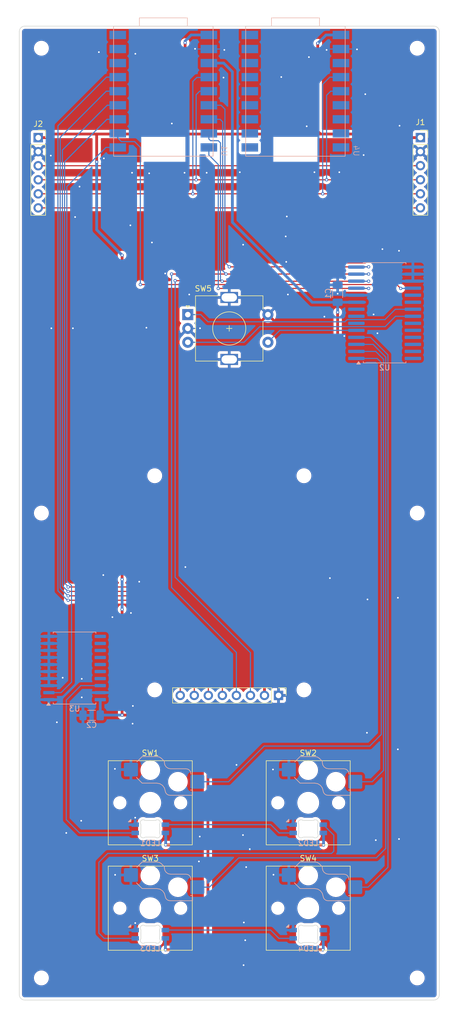
<source format=kicad_pcb>
(kicad_pcb (version 20241229) (generator "pcbnew") (generator_version "9.0")
  (layers (0 "F.Cu" signal) (2 "B.Cu" signal) (13 "F.Paste" user) (15 "B.Paste" user) (5 "F.SilkS" user "F.Silkscreen") (7 "B.SilkS" user "B.Silkscreen") (1 "F.Mask" user) (3 "B.Mask" user) (25 "Edge.Cuts" user))
  (net 0 "")
  (net 1 "Net-(J1-Pin_6)")
  (net 2 "/LCD_BL")
  (net 3 "/LCD_RST")
  (net 4 "/~{LCD_CS}")
  (net 5 "/LCD_DC")
  (net 6 "Net-(LED2-DOUT)")
  (net 8 "/~{MCP_CS}")
  (net 13 "Net-(U2-GPB4)")
  (net 15 "Net-(U2-GPA0)")
  (net 16 "Net-(U2-GPA1)")
  (net 17 "/MISO")
  (net 19 "/MOSI")
  (net 20 "/SCK")
  (net 21 "Net-(LED1-DOUT)")
  (net 23 "Net-(LED3-DOUT)")
  (net 28 "GND")
  (net 29 "5V")
  (net 30 "/3V3")
  (net 31 "/SLC")
  (net 32 "/SDA")
  (net 50 "/~{MCP_RST}")
  (net 51 "/LED_STRIP_5V")
  (net 52 "/LED_STRIP_3V")
  (net 59 "Net-(U2-GPB3)")
  (net 60 "Net-(U2-GPB2)")
  (net 61 "Net-(U2-GPB1)")
  (net 62 "Net-(U2-GPB0)")
  (net 63 "Net-(J1-Pin_3)")
  (footprint "MountingHole:MountingHole_2.2mm_M2" (layer "F.Cu") (at 105.7625 25.044)
    (property "Reference" "H1" (hide yes))
    (property "Value" "MountingHole")
  )
  (footprint "PCM_Switch_Keyboard_Hotswap_Kailh:SW_Hotswap_Kailh_Choc_V1_1.50u" (layer "F.Cu") (at 154.0375 180.444)
    (property "Reference" "SW4")
    (property "Value" "SW_Push")
  )
  (footprint "MountingHole:MountingHole_2.2mm_M2" (layer "F.Cu") (at 105.7625 109.044)
    (property "Reference" "H3" (hide yes))
    (property "Value" "MountingHole")
  )
  (footprint "MountingHole:MountingHole_2.2mm_M2" (layer "F.Cu") (at 153.2625 140.994)
    (property "Reference" "H9" (hide yes))
    (property "Value" "MountingHole")
  )
  (footprint "Tommy:PinSocket_1x06_P2.54mm_MagPogoHor_R" (layer "F.Cu") (at 106.4625 36.044)
    (property "Reference" "J2")
    (property "Value" "Conn_01x06")
  )
  (footprint "MountingHole:MountingHole_2.2mm_M2" (layer "F.Cu") (at 126.2625 140.994)
    (property "Reference" "H10" (hide yes))
    (property "Value" "MountingHole")
  )
  (footprint "PCM_Switch_Keyboard_Hotswap_Kailh:SW_Hotswap_Kailh_Choc_V1_1.50u" (layer "F.Cu") (at 125.4625 180.444)
    (property "Reference" "SW3")
    (property "Value" "SW_Push")
  )
  (footprint "MountingHole:MountingHole_2.2mm_M2" (layer "F.Cu") (at 153.2625 102.294)
    (property "Reference" "H8" (hide yes))
    (property "Value" "MountingHole")
  )
  (footprint "PCM_Switch_Keyboard_Hotswap_Kailh:SW_Hotswap_Kailh_Choc_V1_1.50u" (layer "F.Cu") (at 154.0375 161.394)
    (property "Reference" "SW2")
    (property "Value" "SW_Push")
  )
  (footprint "MountingHole:MountingHole_2.2mm_M2" (layer "F.Cu") (at 126.2625 102.294)
    (property "Reference" "H7" (hide yes))
    (property "Value" "MountingHole")
  )
  (footprint "Connector_PinHeader_2.54mm:PinHeader_1x08_P2.54mm_Vertical" (layer "F.Cu") (at 148.6625 141.994 -90)
    (property "Reference" "LCD1" (hide yes))
    (property "Value" "Conn_01x08")
  )
  (footprint "MountingHole:MountingHole_2.2mm_M2" (layer "F.Cu") (at 173.7625 109.044)
    (property "Reference" "H4" (hide yes))
    (property "Value" "MountingHole")
  )
  (footprint "MountingHole:MountingHole_2.2mm_M2" (layer "F.Cu") (at 173.7625 193.044)
    (property "Reference" "H6" (hide yes))
    (property "Value" "MountingHole")
  )
  (footprint "MountingHole:MountingHole_2.2mm_M2" (layer "F.Cu") (at 105.7625 193.044)
    (property "Reference" "H5" (hide yes))
    (property "Value" "MountingHole")
  )
  (footprint "Tommy:PinSocket_1x06_P2.54mm_MagPogoHor" (layer "F.Cu") (at 173.0575 36.034)
    (property "Reference" "J1")
    (property "Value" "Conn_01x06")
  )
  (footprint "PCM_Switch_Keyboard_Hotswap_Kailh:SW_Hotswap_Kailh_Choc_V1_1.50u" (layer "F.Cu") (at 125.4625 161.394)
    (property "Reference" "SW1")
    (property "Value" "SW_Push")
  )
  (footprint "Rotary_Encoder:RotaryEncoder_Alps_EC11E-Switch_Vertical_H20mm" (layer "F.Cu") (at 132.2475 73.175487)
    (property "Reference" "SW5")
    (property "Value" "RotaryEncoder_Switch_MP")
  )
  (footprint "MountingHole:MountingHole_2.2mm_M2" (layer "F.Cu") (at 173.7625 25.044)
    (property "Reference" "H2" (hide yes))
    (property "Value" "MountingHole")
  )
  (footprint "Package_SO:SOIC-20W_7.5x12.8mm_P1.27mm" (layer "B.Cu") (at 111.7625 137.044)
    (property "Reference" "U3")
    (property "Value" "74AHC541")
  )
  (footprint "PCM_marbastlib-choc:LED_choc_6028R-ROT" (layer "B.Cu") (at 125.4625 185.144)
    (property "Reference" "LED3")
    (property "Value" "SK6812MINI-E")
    (fp_line (start -1.699999 0.702843) (end -1.699999 -0.702841) (stroke (width 0.1)) (layer "Edge.Cuts"))
    (fp_line (start -0.794452 -1.499999) (end 0.794452 -1.499999) (stroke (width 0.1)) (layer "Edge.Cuts"))
    (fp_line (start 0.794452 1.5) (end -0.794453 1.5) (stroke (width 0.1)) (layer "Edge.Cuts"))
    (fp_line (start 1.699999 -0.702841) (end 1.699999 0.702843) (stroke (width 0.1)) (layer "Edge.Cuts"))
    (fp_arc (start -1.749484 -0.919719) (mid -1.712527 -0.814067) (end -1.699999 -0.702841) (stroke (width 0.1)) (layer "Edge.Cuts"))
    (fp_arc (start -1.749484 -0.919718) (mid -1.638072 -1.504034) (end -1.046711 -1.568298) (stroke (width 0.1)) (layer "Edge.Cuts"))
    (fp_arc (start -1.699999 0.702844) (mid -1.712527 0.814069) (end -1.749484 0.919721) (stroke (width 0.1)) (layer "Edge.Cuts"))
    (fp_arc (start -1.046711 1.568299) (mid -1.638071 1.504035) (end -1.749484 0.919721) (stroke (width 0.1)) (layer "Edge.Cuts"))
    (fp_arc (start -1.046711 1.568299) (mid -0.925123 1.517377) (end -0.794453 1.5) (stroke (width 0.1)) (layer "Edge.Cuts"))
    (fp_arc (start -0.794452 -1.499999) (mid -0.925123 -1.517376) (end -1.046711 -1.568298) (stroke (width 0.1)) (layer "Edge.Cuts"))
    (fp_arc (start 0.794453 1.500001) (mid 0.925123 1.517378) (end 1.046711 1.5683) (stroke (width 0.1)) (layer "Edge.Cuts"))
    (fp_arc (start 1.04671 -1.568298) (mid 0.925122 -1.517376) (end 0.794452 -1.499999) (stroke (width 0.1)) (layer "Edge.Cuts"))
    (fp_arc (start 1.046711 -1.568296) (mid 1.63807 -1.504033) (end 1.749484 -0.919719) (stroke (width 0.1)) (layer "Edge.Cuts"))
    (fp_arc (start 1.699999 -0.702842) (mid 1.712536 -0.814064) (end 1.749484 -0.919719) (stroke (width 0.1)) (layer "Edge.Cuts"))
    (fp_arc (start 1.749484 0.919721) (mid 1.638072 1.504036) (end 1.046711 1.5683) (stroke (width 0.1)) (layer "Edge.Cuts"))
    (fp_arc (start 1.749484 0.919721) (mid 1.712526 0.814069) (end 1.699999 0.702843) (stroke (width 0.1)) (layer "Edge.Cuts"))
  )
  (footprint "Capacitor_SMD:C_1206_3216Metric_Pad1.33x1.80mm_HandSolder" (layer "B.Cu") (at 159.3625 69.3815 90)
    (property "Reference" "C1")
    (property "Value" "0.1uF")
  )
  (footprint "Package_SO:SOIC-28W_7.5x17.9mm_P1.27mm" (layer "B.Cu") (at 167.8625 72.844)
    (property "Reference" "U2")
    (property "Value" "MCP23S17_SO")
  )
  (footprint "JonathanAdams-Waveshare-ESP32:Waveshare-ESP32-C3-Zero" (layer "B.Cu") (at 152.2225 32.554 180)
    (property "Reference" "U4")
    (property "Value" "ESP32 S3 R")
  )
  (footprint "PCM_marbastlib-choc:LED_choc_6028R-ROT" (layer "B.Cu") (at 154.0375 185.144)
    (property "Reference" "LED4")
    (property "Value" "SK6812MINI-E")
    (fp_line (start -1.699999 0.702843) (end -1.699999 -0.702841) (stroke (width 0.1)) (layer "Edge.Cuts"))
    (fp_line (start -0.794452 -1.499999) (end 0.794452 -1.499999) (stroke (width 0.1)) (layer "Edge.Cuts"))
    (fp_line (start 0.794452 1.5) (end -0.794453 1.5) (stroke (width 0.1)) (layer "Edge.Cuts"))
    (fp_line (start 1.699999 -0.702841) (end 1.699999 0.702843) (stroke (width 0.1)) (layer "Edge.Cuts"))
    (fp_arc (start -1.749484 -0.919719) (mid -1.712527 -0.814067) (end -1.699999 -0.702841) (stroke (width 0.1)) (layer "Edge.Cuts"))
    (fp_arc (start -1.749484 -0.919718) (mid -1.638072 -1.504034) (end -1.046711 -1.568298) (stroke (width 0.1)) (layer "Edge.Cuts"))
    (fp_arc (start -1.699999 0.702844) (mid -1.712527 0.814069) (end -1.749484 0.919721) (stroke (width 0.1)) (layer "Edge.Cuts"))
    (fp_arc (start -1.046711 1.568299) (mid -1.638071 1.504035) (end -1.749484 0.919721) (stroke (width 0.1)) (layer "Edge.Cuts"))
    (fp_arc (start -1.046711 1.568299) (mid -0.925123 1.517377) (end -0.794453 1.5) (stroke (width 0.1)) (layer "Edge.Cuts"))
    (fp_arc (start -0.794452 -1.499999) (mid -0.925123 -1.517376) (end -1.046711 -1.568298) (stroke (width 0.1)) (layer "Edge.Cuts"))
    (fp_arc (start 0.794453 1.500001) (mid 0.925123 1.517378) (end 1.046711 1.5683) (stroke (width 0.1)) (layer "Edge.Cuts"))
    (fp_arc (start 1.04671 -1.568298) (mid 0.925122 -1.517376) (end 0.794452 -1.499999) (stroke (width 0.1)) (layer "Edge.Cuts"))
    (fp_arc (start 1.046711 -1.568296) (mid 1.63807 -1.504033) (end 1.749484 -0.919719) (stroke (width 0.1)) (layer "Edge.Cuts"))
    (fp_arc (start 1.699999 -0.702842) (mid 1.712536 -0.814064) (end 1.749484 -0.919719) (stroke (width 0.1)) (layer "Edge.Cuts"))
    (fp_arc (start 1.749484 0.919721) (mid 1.638072 1.504036) (end 1.046711 1.5683) (stroke (width 0.1)) (layer "Edge.Cuts"))
    (fp_arc (start 1.749484 0.919721) (mid 1.712526 0.814069) (end 1.699999 0.702843) (stroke (width 0.1)) (layer "Edge.Cuts"))
  )
  (footprint "JonathanAdams-Waveshare-ESP32:Waveshare-ESP32-C3-Zero" (layer "B.Cu") (at 128.3225 32.554 180)
    (property "Reference" "U1")
    (property "Value" "ESP32 S3 L")
  )
  (footprint "PCM_marbastlib-choc:LED_choc_6028R-ROT" (layer "B.Cu") (at 125.4625 166.094)
    (property "Reference" "LED1")
    (property "Value" "SK6812MINI-E")
    (fp_line (start -1.699999 0.702843) (end -1.699999 -0.702841) (stroke (width 0.1)) (layer "Edge.Cuts"))
    (fp_line (start -0.794452 -1.499999) (end 0.794452 -1.499999) (stroke (width 0.1)) (layer "Edge.Cuts"))
    (fp_line (start 0.794452 1.5) (end -0.794453 1.5) (stroke (width 0.1)) (layer "Edge.Cuts"))
    (fp_line (start 1.699999 -0.702841) (end 1.699999 0.702843) (stroke (width 0.1)) (layer "Edge.Cuts"))
    (fp_arc (start -1.749484 -0.919719) (mid -1.712527 -0.814067) (end -1.699999 -0.702841) (stroke (width 0.1)) (layer "Edge.Cuts"))
    (fp_arc (start -1.749484 -0.919718) (mid -1.638072 -1.504034) (end -1.046711 -1.568298) (stroke (width 0.1)) (layer "Edge.Cuts"))
    (fp_arc (start -1.699999 0.702844) (mid -1.712527 0.814069) (end -1.749484 0.919721) (stroke (width 0.1)) (layer "Edge.Cuts"))
    (fp_arc (start -1.046711 1.568299) (mid -1.638071 1.504035) (end -1.749484 0.919721) (stroke (width 0.1)) (layer "Edge.Cuts"))
    (fp_arc (start -1.046711 1.568299) (mid -0.925123 1.517377) (end -0.794453 1.5) (stroke (width 0.1)) (layer "Edge.Cuts"))
    (fp_arc (start -0.794452 -1.499999) (mid -0.925123 -1.517376) (end -1.046711 -1.568298) (stroke (width 0.1)) (layer "Edge.Cuts"))
    (fp_arc (start 0.794453 1.500001) (mid 0.925123 1.517378) (end 1.046711 1.5683) (stroke (width 0.1)) (layer "Edge.Cuts"))
    (fp_arc (start 1.04671 -1.568298) (mid 0.925122 -1.517376) (end 0.794452 -1.499999) (stroke (width 0.1)) (layer "Edge.Cuts"))
    (fp_arc (start 1.046711 -1.568296) (mid 1.63807 -1.504033) (end 1.749484 -0.919719) (stroke (width 0.1)) (layer "Edge.Cuts"))
    (fp_arc (start 1.699999 -0.702842) (mid 1.712536 -0.814064) (end 1.749484 -0.919719) (stroke (width 0.1)) (layer "Edge.Cuts"))
    (fp_arc (start 1.749484 0.919721) (mid 1.638072 1.504036) (end 1.046711 1.5683) (stroke (width 0.1)) (layer "Edge.Cuts"))
    (fp_arc (start 1.749484 0.919721) (mid 1.712526 0.814069) (end 1.699999 0.702843) (stroke (width 0.1)) (layer "Edge.Cuts"))
  )
  (footprint "PCM_marbastlib-choc:LED_choc_6028R-ROT" (layer "B.Cu") (at 154.0375 166.094)
    (property "Reference" "LED2")
    (property "Value" "SK6812MINI-E")
    (fp_line (start -1.699999 0.702843) (end -1.699999 -0.702841) (stroke (width 0.1)) (layer "Edge.Cuts"))
    (fp_line (start -0.794452 -1.499999) (end 0.794452 -1.499999) (stroke (width 0.1)) (layer "Edge.Cuts"))
    (fp_line (start 0.794452 1.5) (end -0.794453 1.5) (stroke (width 0.1)) (layer "Edge.Cuts"))
    (fp_line (start 1.699999 -0.702841) (end 1.699999 0.702843) (stroke (width 0.1)) (layer "Edge.Cuts"))
    (fp_arc (start -1.749484 -0.919719) (mid -1.712527 -0.814067) (end -1.699999 -0.702841) (stroke (width 0.1)) (layer "Edge.Cuts"))
    (fp_arc (start -1.749484 -0.919718) (mid -1.638072 -1.504034) (end -1.046711 -1.568298) (stroke (width 0.1)) (layer "Edge.Cuts"))
    (fp_arc (start -1.699999 0.702844) (mid -1.712527 0.814069) (end -1.749484 0.919721) (stroke (width 0.1)) (layer "Edge.Cuts"))
    (fp_arc (start -1.046711 1.568299) (mid -1.638071 1.504035) (end -1.749484 0.919721) (stroke (width 0.1)) (layer "Edge.Cuts"))
    (fp_arc (start -1.046711 1.568299) (mid -0.925123 1.517377) (end -0.794453 1.5) (stroke (width 0.1)) (layer "Edge.Cuts"))
    (fp_arc (start -0.794452 -1.499999) (mid -0.925123 -1.517376) (end -1.046711 -1.568298) (stroke (width 0.1)) (layer "Edge.Cuts"))
    (fp_arc (start 0.794453 1.500001) (mid 0.925123 1.517378) (end 1.046711 1.5683) (stroke (width 0.1)) (layer "Edge.Cuts"))
    (fp_arc (start 1.04671 -1.568298) (mid 0.925122 -1.517376) (end 0.794452 -1.499999) (stroke (width 0.1)) (layer "Edge.Cuts"))
    (fp_arc (start 1.046711 -1.568296) (mid 1.63807 -1.504033) (end 1.749484 -0.919719) (stroke (width 0.1)) (layer "Edge.Cuts"))
    (fp_arc (start 1.699999 -0.702842) (mid 1.712536 -0.814064) (end 1.749484 -0.919719) (stroke (width 0.1)) (layer "Edge.Cuts"))
    (fp_arc (start 1.749484 0.919721) (mid 1.638072 1.504036) (end 1.046711 1.5683) (stroke (width 0.1)) (layer "Edge.Cuts"))
    (fp_arc (start 1.749484 0.919721) (mid 1.712526 0.814069) (end 1.699999 0.702843) (stroke (width 0.1)) (layer "Edge.Cuts"))
  )
  (footprint "Capacitor_SMD:C_1206_3216Metric_Pad1.33x1.80mm_HandSolder" (layer "B.Cu") (at 114.845 145.594 180)
    (property "Reference" "C2")
    (property "Value" "0.1uF")
  )
  (gr_arc (start 101.7625 22.044) (mid 102.055393 21.336893) (end 102.7625 21.044) (stroke (width 0.1)) (layer "Edge.Cuts"))
  (gr_arc (start 102.7625 197.044) (mid 102.055393 196.751107) (end 101.7625 196.044) (stroke (width 0.1)) (layer "Edge.Cuts"))
  (gr_line (start 101.7625 196.044) (end 101.7625 22.044) (stroke (width 0.1)) (layer "Edge.Cuts"))
  (gr_line (start 102.7625 21.044) (end 176.7625 21.044) (stroke (width 0.1)) (layer "Edge.Cuts"))
  (gr_line (start 177.7625 22.044) (end 177.7625 196.044) (stroke (width 0.1)) (layer "Edge.Cuts"))
  (gr_arc (start 176.7625 21.044) (mid 177.469607 21.336893) (end 177.7625 22.044) (stroke (width 0.1)) (layer "Edge.Cuts"))
  (gr_arc (start 177.7625 196.044) (mid 177.469607 196.751107) (end 176.7625 197.044) (stroke (width 0.1)) (layer "Edge.Cuts"))
  (gr_line (start 176.7625 197.044) (end 102.7625 197.044) (stroke (width 0.1)) (layer "Edge.Cuts"))
  (segment (start 105.1875 53.894) (end 174.3225 53.894) (width 0.2) (layer "F.Cu") (net 1))
  (segment (start 174.3225 53.894) (end 174.3325 53.884) (width 0.2) (layer "F.Cu") (net 1))
  (segment (start 130.8825 141.994) (end 130.8825 134.164) (width 0.2) (layer "F.Cu") (net 2))
  (segment (start 130.8825 134.164) (end 121.512509 124.794009) (width 0.2) (layer "F.Cu") (net 2))
  (segment (start 121.512509 124.794009) (end 110.6125 124.794009) (width 0.2) (layer "F.Cu") (net 2))
  (via (at 110.6125 124.794009) (size 0.6) (drill 0.3) (layers "F.Cu" "B.Cu") (net 2))
  (segment (start 110.462509 124.794009) (end 108.7585 123.09) (width 0.2) (layer "B.Cu") (net 2))
  (segment (start 108.7605 43.1118) (end 108.7615 43.1108) (width 0.2) (layer "B.Cu") (net 2))
  (segment (start 108.7625 40.9769) (end 108.7625 39.044) (width 0.2) (layer "B.Cu") (net 2))
  (segment (start 117.5425 30.264) (end 119.5725 30.264) (width 0.2) (layer "B.Cu") (net 2))
  (segment (start 108.7605 46.6447) (end 108.7605 43.1118) (width 0.2) (layer "B.Cu") (net 2))
  (segment (start 108.7585 46.6467) (end 108.7605 46.6447) (width 0.2) (layer "B.Cu") (net 2))
  (segment (start 108.7615 43.1108) (end 108.7615 40.9779) (width 0.2) (layer "B.Cu") (net 2))
  (segment (start 108.7585 123.09) (end 108.7585 46.6467) (width 0.2) (layer "B.Cu") (net 2))
  (segment (start 110.6125 124.794009) (end 110.462509 124.794009) (width 0.2) (layer "B.Cu") (net 2))
  (segment (start 108.7625 39.044) (end 117.5425 30.264) (width 0.2) (layer "B.Cu") (net 2))
  (segment (start 108.7615 40.9779) (end 108.7625 40.9769) (width 0.2) (layer "B.Cu") (net 2))
  (segment (start 138.5025 141.994) (end 138.5025 134.184) (width 0.2) (layer "F.Cu") (net 3))
  (segment (start 126.7125 122.394) (end 110.6125 122.394) (width 0.2) (layer "F.Cu") (net 3))
  (segment (start 138.5025 134.184) (end 126.7125 122.394) (width 0.2) (layer "F.Cu") (net 3))
  (via (at 110.6125 122.394) (size 0.6) (drill 0.3) (layers "F.Cu" "B.Cu") (net 3))
  (segment (start 109.9615 121.693) (end 110.6125 122.344) (width 0.2) (layer "B.Cu") (net 3))
  (segment (start 109.9635 49.8759) (end 109.9615 49.8779) (width 0.2) (layer "B.Cu") (net 3))
  (segment (start 110.6125 122.344) (end 110.6125 122.394) (width 0.2) (layer "B.Cu") (net 3))
  (segment (start 109.9635 45.543) (end 109.9635 49.8759) (width 0.2) (layer "B.Cu") (net 3))
  (segment (start 117.6225 37.884) (end 109.9635 45.543) (width 0.2) (layer "B.Cu") (net 3))
  (segment (start 109.9615 49.8779) (end 109.9615 121.693) (width 0.2) (layer "B.Cu") (net 3))
  (segment (start 119.5725 37.884) (end 117.6225 37.884) (width 0.2) (layer "B.Cu") (net 3))
  (segment (start 133.4225 134.204) (end 133.4225 141.994) (width 0.2) (layer "F.Cu") (net 4))
  (segment (start 110.6125 123.994006) (end 123.212506 123.994006) (width 0.2) (layer "F.Cu") (net 4))
  (segment (start 123.212506 123.994006) (end 133.4225 134.204) (width 0.2) (layer "F.Cu") (net 4))
  (via (at 110.6125 123.994006) (size 0.6) (drill 0.3) (layers "F.Cu" "B.Cu") (net 4))
  (segment (start 109.1625 41.144) (end 109.1625 43.2769) (width 0.2) (layer "B.Cu") (net 4))
  (segment (start 109.1625 43.2769) (end 109.1615 43.2779) (width 0.2) (layer "B.Cu") (net 4))
  (segment (start 110.562506 123.994006) (end 110.6125 123.994006) (width 0.2) (layer "B.Cu") (net 4))
  (segment (start 109.1615 46.8108) (end 109.1595 46.8128) (width 0.2) (layer "B.Cu") (net 4))
  (segment (start 119.5725 32.804) (end 117.5025 32.804) (width 0.2) (layer "B.Cu") (net 4))
  (segment (start 109.1595 46.8128) (end 109.1595 122.591) (width 0.2) (layer "B.Cu") (net 4))
  (segment (start 117.5025 32.804) (end 109.1625 41.144) (width 0.2) (layer "B.Cu") (net 4))
  (segment (start 109.1595 122.591) (end 110.562506 123.994006) (width 0.2) (layer "B.Cu") (net 4))
  (segment (start 109.1615 43.2779) (end 109.1615 46.8108) (width 0.2) (layer "B.Cu") (net 4))
  (segment (start 110.6125 123.194003) (end 124.912503 123.194003) (width 0.2) (layer "F.Cu") (net 5))
  (segment (start 135.9625 134.244) (end 135.9625 141.994) (width 0.2) (layer "F.Cu") (net 5))
  (segment (start 124.912503 123.194003) (end 135.9625 134.244) (width 0.2) (layer "F.Cu") (net 5))
  (via (at 110.6125 123.194003) (size 0.6) (drill 0.3) (layers "F.Cu" "B.Cu") (net 5))
  (segment (start 109.5625 122.194) (end 110.562503 123.194003) (width 0.2) (layer "B.Cu") (net 5))
  (segment (start 110.562503 123.194003) (end 110.6125 123.194003) (width 0.2) (layer "B.Cu") (net 5))
  (segment (start 109.5625 43.444) (end 109.5625 49.7098) (width 0.2) (layer "B.Cu") (net 5))
  (segment (start 119.5725 35.344) (end 117.6625 35.344) (width 0.2) (layer "B.Cu") (net 5))
  (segment (start 117.6625 35.344) (end 109.5625 43.444) (width 0.2) (layer "B.Cu") (net 5))
  (segment (start 109.5625 49.7098) (end 109.5605 49.7118) (width 0.2) (layer "B.Cu") (net 5))
  (segment (start 109.5625 121.8121) (end 109.5625 122.194) (width 0.2) (layer "B.Cu") (net 5))
  (segment (start 109.5605 121.8101) (end 109.5625 121.8121) (width 0.2) (layer "B.Cu") (net 5))
  (segment (start 109.5605 49.7118) (end 109.5605 121.8101) (width 0.2) (layer "B.Cu") (net 5))
  (segment (start 158.2625 170.544) (end 117.7625 170.544) (width 0.2) (layer "B.Cu") (net 6))
  (segment (start 158.6625 170.144) (end 158.2625 170.544) (width 0.2) (layer "B.Cu") (net 6))
  (segment (start 156.7625 165.344) (end 158.6625 167.244) (width 0.2) (layer "B.Cu") (net 6))
  (segment (start 117.1125 185.894) (end 122.7375 185.894) (width 0.2) (layer "B.Cu") (net 6))
  (segment (start 116.1625 172.144) (end 116.1625 184.944) (width 0.2) (layer "B.Cu") (net 6))
  (segment (start 116.1625 184.944) (end 117.1125 185.894) (width 0.2) (layer "B.Cu") (net 6))
  (segment (start 158.6625 167.244) (end 158.6625 170.144) (width 0.2) (layer "B.Cu") (net 6))
  (segment (start 117.7625 170.544) (end 116.1625 172.144) (width 0.2) (layer "B.Cu") (net 6))
  (segment (start 137.7625 68.444) (end 164.9625 68.444) (width 0.2) (layer "F.Cu") (net 8))
  (via (at 137.7625 68.444) (size 0.6) (drill 0.3) (layers "F.Cu" "B.Cu") (net 8))
  (via (at 164.9625 68.444) (size 0.6) (drill 0.3) (layers "F.Cu" "B.Cu") (net 8))
  (segment (start 137.7625 68.444) (end 137.7625 46.044) (width 0.2) (layer "B.Cu") (net 8))
  (segment (start 137.7625 46.044) (end 136.0625 44.344) (width 0.2) (layer "B.Cu") (net 8))
  (segment (start 136.0625 44.344) (end 136.0625 42.964) (width 0.2) (layer "B.Cu") (net 8))
  (segment (start 164.9625 68.444) (end 163.2575 68.444) (width 0.2) (layer "B.Cu") (net 8))
  (segment (start 163.2575 68.444) (end 163.2125 68.399) (width 0.2) (layer "B.Cu") (net 8))
  (segment (start 148.903987 76.019) (end 163.2125 76.019) (width 0.2) (layer "B.Cu") (net 13))
  (segment (start 146.7475 78.175487) (end 148.903987 76.019) (width 0.2) (layer "B.Cu") (net 13))
  (segment (start 134.593987 73.175487) (end 135.894987 74.476487) (width 0.2) (layer "B.Cu") (net 15))
  (segment (start 167.9265 74.08) (end 169.7975 72.209) (width 0.2) (layer "B.Cu") (net 15))
  (segment (start 132.2475 73.175487) (end 134.593987 73.175487) (width 0.2) (layer "B.Cu") (net 15))
  (segment (start 161.0765 74.08) (end 167.9265 74.08) (width 0.2) (layer "B.Cu") (net 15))
  (segment (start 135.894987 74.476487) (end 160.680013 74.476487) (width 0.2) (layer "B.Cu") (net 15))
  (segment (start 169.7975 72.209) (end 172.5125 72.209) (width 0.2) (layer "B.Cu") (net 15))
  (segment (start 160.680013 74.476487) (end 161.0765 74.08) (width 0.2) (layer "B.Cu") (net 15))
  (segment (start 132.2475 78.175487) (end 142.431013 78.175487) (width 0.2) (layer "B.Cu") (net 16))
  (segment (start 145.2625 75.344) (end 145.2685 75.35) (width 0.2) (layer "B.Cu") (net 16))
  (segment (start 167.9565 75.35) (end 169.8275 73.479) (width 0.2) (layer "B.Cu") (net 16))
  (segment (start 142.431013 78.175487) (end 145.2625 75.344) (width 0.2) (layer "B.Cu") (net 16))
  (segment (start 145.2685 75.35) (end 167.9565 75.35) (width 0.2) (layer "B.Cu") (net 16))
  (segment (start 169.8275 73.479) (end 172.5125 73.479) (width 0.2) (layer "B.Cu") (net 16))
  (segment (start 139.7625 64.544) (end 164.9625 64.544) (width 0.2) (layer "F.Cu") (net 17))
  (via (at 139.7625 64.544) (size 0.6) (drill 0.3) (layers "F.Cu" "B.Cu") (net 17))
  (via (at 164.9625 64.544) (size 0.6) (drill 0.3) (layers "F.Cu" "B.Cu") (net 17))
  (segment (start 164.9625 64.544) (end 163.2575 64.544) (width 0.2) (layer "B.Cu") (net 17))
  (segment (start 163.2575 64.544) (end 163.2125 64.589) (width 0.2) (layer "B.Cu") (net 17))
  (segment (start 138.9655 36.047) (end 138.9655 63.747) (width 0.2) (layer "B.Cu") (net 17))
  (segment (start 136.0625 35.344) (end 138.2625 35.344) (width 0.2) (layer "B.Cu") (net 17))
  (segment (start 138.9655 63.747) (end 139.7625 64.544) (width 0.2) (layer "B.Cu") (net 17))
  (segment (start 138.2625 35.344) (end 138.9655 36.047) (width 0.2) (layer "B.Cu") (net 17))
  (segment (start 139.1625 65.844) (end 164.9625 65.844) (width 0.2) (layer "F.Cu") (net 19))
  (segment (start 129.3125 65.844) (end 139.1625 65.844) (width 0.2) (layer "F.Cu") (net 19))
  (via (at 164.9625 65.844) (size 0.6) (drill 0.3) (layers "F.Cu" "B.Cu") (net 19))
  (via (at 129.3125 65.844) (size 0.6) (drill 0.3) (layers "F.Cu" "B.Cu") (net 19))
  (via (at 139.1625 65.844) (size 0.6) (drill 0.3) (layers "F.Cu" "B.Cu") (net 19))
  (segment (start 138.5645 38.346) (end 138.1025 37.884) (width 0.2) (layer "B.Cu") (net 19))
  (segment (start 129.3125 122.494) (end 129.3125 65.844) (width 0.2) (layer "B.Cu") (net 19))
  (segment (start 164.9625 65.844) (end 163.2275 65.844) (width 0.2) (layer "B.Cu") (net 19))
  (segment (start 138.5645 65.246) (end 138.5645 38.346) (width 0.2) (layer "B.Cu") (net 19))
  (segment (start 139.1625 65.844) (end 138.5645 65.246) (width 0.2) (layer "B.Cu") (net 19))
  (segment (start 163.2275 65.844) (end 163.2125 65.859) (width 0.2) (layer "B.Cu") (net 19))
  (segment (start 138.1025 37.884) (end 136.0625 37.884) (width 0.2) (layer "B.Cu") (net 19))
  (segment (start 141.0425 141.994) (end 141.0425 134.224) (width 0.2) (layer "B.Cu") (net 19))
  (segment (start 141.0425 134.224) (end 129.3125 122.494) (width 0.2) (layer "B.Cu") (net 19))
  (segment (start 138.4625 67.144) (end 138.3625 67.044) (width 0.2) (layer "F.Cu") (net 20))
  (segment (start 138.3625 67.044) (end 129.9625 67.044) (width 0.2) (layer "F.Cu") (net 20))
  (segment (start 138.4625 67.144) (end 164.9625 67.144) (width 0.2) (layer "F.Cu") (net 20))
  (via (at 129.9625 67.044) (size 0.6) (drill 0.3) (layers "F.Cu" "B.Cu") (net 20))
  (via (at 138.4625 67.144) (size 0.6) (drill 0.3) (layers "F.Cu" "B.Cu") (net 20))
  (via (at 164.9625 67.144) (size 0.6) (drill 0.3) (layers "F.Cu" "B.Cu") (net 20))
  (segment (start 164.9625 67.144) (end 163.2275 67.144) (width 0.2) (layer "B.Cu") (net 20))
  (segment (start 143.5825 141.994) (end 143.5825 134.264) (width 0.2) (layer "B.Cu") (net 20))
  (segment (start 143.5825 134.264) (end 129.9625 120.644) (width 0.2) (layer "B.Cu") (net 20))
  (segment (start 137.7625 41.744) (end 138.1635 42.145) (width 0.2) (layer "B.Cu") (net 20))
  (segment (start 129.9625 120.644) (end 129.9625 67.044) (width 0.2) (layer "B.Cu") (net 20))
  (segment (start 136.0625 40.424) (end 136.0625 41.444) (width 0.2) (layer "B.Cu") (net 20))
  (segment (start 136.0625 41.444) (end 136.3625 41.744) (width 0.2) (layer "B.Cu") (net 20))
  (segment (start 138.1635 42.145) (end 138.1635 66.845) (width 0.2) (layer "B.Cu") (net 20))
  (segment (start 138.1635 66.845) (end 138.4625 67.144) (width 0.2) (layer "B.Cu") (net 20))
  (segment (start 136.3625 41.744) (end 137.7625 41.744) (width 0.2) (layer "B.Cu") (net 20))
  (segment (start 163.2275 67.144) (end 163.2125 67.129) (width 0.2) (layer "B.Cu") (net 20))
  (segment (start 128.1875 165.344) (end 147.2625 165.344) (width 0.2) (layer "B.Cu") (net 21))
  (segment (start 147.2625 165.344) (end 148.7625 166.844) (width 0.2) (layer "B.Cu") (net 21))
  (segment (start 148.7625 166.844) (end 151.3125 166.844) (width 0.2) (layer "B.Cu") (net 21))
  (segment (start 147.2325 184.394) (end 148.7325 185.894) (width 0.2) (layer "B.Cu") (net 23))
  (segment (start 128.1875 184.394) (end 147.2325 184.394) (width 0.2) (layer "B.Cu") (net 23))
  (segment (start 148.7325 185.894) (end 151.3125 185.894) (width 0.2) (layer "B.Cu") (net 23))
  (via (at 154.1625 26.644) (size 0.6) (drill 0.3) (layers "F.Cu" "B.Cu") (net 28))
  (via (at 125.7625 60.144) (size 0.6) (drill 0.3) (layers "F.Cu" "B.Cu") (net 28))
  (via (at 138.8625 25.344) (size 0.6) (drill 0.3) (layers "F.Cu" "B.Cu") (net 28))
  (via (at 134.4625 75.644) (size 0.6) (drill 0.3) (layers "F.Cu" "B.Cu") (net 28))
  (via (at 142.8125 173.014) (size 0.6) (drill 0.3) (layers "F.Cu" "B.Cu") (net 28))
  (via (at 132.5125 69.544) (size 0.6) (drill 0.3) (layers "F.Cu" "B.Cu") (net 28))
  (via (at 112.9625 164.644) (size 0.6) (drill 0.3) (layers "F.Cu" "B.Cu") (net 28))
  (via (at 113.0625 142.344) (size 0.6) (drill 0.3) (layers "F.Cu" "B.Cu") (net 28))
  (via (at 122.7325 164.084) (size 0.6) (drill 0.3) (layers "F.Cu" "B.Cu") (net 28))
  (via (at 138.7125 30.344) (size 0.6) (drill 0.3) (layers "F.Cu" "B.Cu") (net 28))
  (via (at 111.8625 55.544) (size 0.6) (drill 0.3) (layers "F.Cu" "B.Cu") (net 28))
  (via (at 167.4625 61.344) (size 0.6) (drill 0.3) (layers "F.Cu" "B.Cu") (net 28))
  (via (at 134.4125 167.494) (size 0.6) (drill 0.3) (layers "F.Cu" "B.Cu") (net 28))
  (via (at 149.1625 30.244) (size 0.6) (drill 0.3) (layers "F.Cu" "B.Cu") (net 28))
  (via (at 133.5625 25.144) (size 0.6) (drill 0.3) (layers "F.Cu" "B.Cu") (net 28))
  (via (at 107.5625 75.644) (size 0.6) (drill 0.3) (layers "F.Cu" "B.Cu") (net 28))
  (via (at 122.2625 147.094) (size 0.6) (drill 0.3) (layers "F.Cu" "B.Cu") (net 28))
  (via (at 142.3425 190.734) (size 0.6) (drill 0.3) (layers "F.Cu" "B.Cu") (net 28))
  (via (at 166.5625 76.544) (size 0.6) (drill 0.3) (layers "F.Cu" "B.Cu") (net 28))
  (via (at 149.9625 59.044) (size 0.6) (drill 0.3) (layers "F.Cu" "B.Cu") (net 28))
  (via (at 108.5625 146.844) (size 0.6) (drill 0.3) (layers "F.Cu" "B.Cu") (net 28))
  (via (at 135.6625 47.544) (size 0.6) (drill 0.3) (layers "F.Cu" "B.Cu") (net 28))
  (via (at 153.7625 39.144) (size 0.6) (drill 0.3) (layers "F.Cu" "B.Cu") (net 28))
  (via (at 134.2625 171.994) (size 0.6) (drill 0.3) (layers "F.Cu" "B.Cu") (net 28))
  (via (at 170.5625 39.044) (size 0.6) (drill 0.3) (layers "F.Cu" "B.Cu") (net 28))
  (via (at 150.1625 55.444) (size 0.6) (drill 0.3) (layers "F.Cu" "B.Cu") (net 28))
  (via (at 147.7525 174.394) (size 0.6) (drill 0.3) (layers "F.Cu" "B.Cu") (net 28))
  (via (at 107.4625 44.444) (size 0.6) (drill 0.3) (layers "F.Cu" "B.Cu") (net 28))
  (via (at 116.1625 25.744) (size 0.6) (drill 0.3) (layers "F.Cu" "B.Cu") (net 28))
  (via (at 121.9625 127.094) (size 0.6) (drill 0.3) (layers "F.Cu" "B.Cu") (net 28))
  (via (at 141.0625 154.544) (size 0.6) (drill 0.3) (layers "F.Cu" "B.Cu") (net 28))
  (via (at 118.6125 127.844) (size 0.6) (drill 0.3) (layers "F.Cu" "B.Cu") (net 28))
  (via (at 123.4625 121.444) (size 0.6) (drill 0.3) (layers "F.Cu" "B.Cu") (net 28))
  (via (at 150.0625 63.644) (size 0.6) (drill 0.3) (layers "F.Cu" "B.Cu") (net 28))
  (via (at 131.6625 47.544) (size 0.6) (drill 0.3) (layers "F.Cu" "B.Cu") (net 28))
  (via (at 129.3625 38.644) (size 0.6) (drill 0.3) (layers "F.Cu" "B.Cu") (net 28))
  (via (at 164.6625 148.744) (size 0.6) (drill 0.3) (layers "F.Cu" "B.Cu") (net 28))
  (via (at 122.7625 26.044) (size 0.6) (drill 0.3) (layers "F.Cu" "B.Cu") (net 28))
  (via (at 166.2625 168.144) (size 0.6) (drill 0.3) (layers "F.Cu" "B.Cu") (net 28))
  (via (at 119.0625 155.264) (size 0.6) (drill 0.3) (layers "F.Cu" "B.Cu") (net 28))
  (via (at 111.4625 75.644) (size 0.6) (drill 0.3) (layers "F.Cu" "B.Cu") (net 28))
  (via (at 162.8625 25.244) (size 0.6) (drill 0.3) (layers "F.Cu" "B.Cu") (net 28))
  (via (at 170.4625 167.944) (size 0.6) (drill 0.3) (layers "F.Cu" "B.Cu") (net 28))
  (via (at 142.2325 167.224) (size 0.6) (drill 0.3) (layers "F.Cu" "B.Cu") (net 28))
  (via (at 142.3925 183.024) (size 0.6) (drill 0.3) (layers "F.Cu" "B.Cu") (net 28))
  (via (at 164.7625 124.644) (size 0.6) (drill 0.3) (layers "F.Cu" "B.Cu") (net 28))
  (via (at 119.1025 174.414) (size 0.6) (drill 0.3) (layers "F.Cu" "B.Cu") (net 28))
  (via (at 122.7425 183.124) (size 0.6) (drill 0.3) (layers "F.Cu" "B.Cu") (net 28))
  (via (at 122.1625 47.544) (size 0.6) (drill 0.3) (layers "F.Cu" "B.Cu") (net 28))
  (via (at 113.0625 138.994) (size 0.6) (drill 0.3) (layers "F.Cu" "B.Cu") (net 28))
  (via (at 143.4625 169.764) (size 0.6) (drill 0.3) (layers "F.Cu" "B.Cu") (net 28))
  (via (at 159.3625 69.394) (size 0.6) (drill 0.3) (layers "F.Cu" "B.Cu") (net 28))
  (via (at 141.6625 47.444) (size 0.6) (drill 0.3) (layers "F.Cu" "B.Cu") (net 28))
  (via (at 147.6625 155.374) (size 0.6) (drill 0.3) (layers "F.Cu" "B.Cu") (net 28))
  (via (at 128.1625 65.744) (size 0.6) (drill 0.3) (layers "F.Cu" "B.Cu") (net 28))
  (via (at 109.6125 138.794) (size 0.6) (drill 0.3) (layers "F.Cu" "B.Cu") (net 28))
  (via (at 164.3625 33.344) (size 0.6) (drill 0.3) (layers "F.Cu" "B.Cu") (net 28))
  (via (at 124.7625 75.544) (size 0.6) (drill 0.3) (layers "F.Cu" "B.Cu") (net 28))
  (via (at 156.9625 73.544) (size 0.6) (drill 0.3) (layers "F.Cu" "B.Cu") (net 28))
  (via (at 142.6425 186.234) (size 0.6) (drill 0.3) (layers "F.Cu" "B.Cu") (net 28))
  (via (at 150.3625 69.544) (size 0.6) (drill 0.3) (layers "F.Cu" "B.Cu") (net 28))
  (via (at 160.5625 77.044) (size 0.6) (drill 0.3) (layers "F.Cu" "B.Cu") (net 28))
  (via (at 142.2625 60.544) (size 0.6) (drill 0.3) (layers "F.Cu" "B.Cu") (net 28))
  (via (at 121.8625 57.044) (size 0.6) (drill 0.3) (layers "F.Cu" "B.Cu") (net 28))
  (via (at 170.4625 61.644) (size 0.6) (drill 0.3) (layers "F.Cu" "B.Cu") (net 28))
  (via (at 170.254297 151.733297) (size 0.6) (drill 0.3) (layers "F.Cu" "B.Cu") (net 28))
  (via (at 159.6625 47.444) (size 0.6) (drill 0.3) (layers "F.Cu" "B.Cu") (net 28))
  (via (at 117.0625 44.944) (size 0.6) (drill 0.3) (layers "F.Cu" "B.Cu") (net 28))
  (via (at 157.3625 25.344) (size 0.6) (drill 0.3) (layers "F.Cu" "B.Cu") (net 28))
  (via (at 122.3125 143.894) (size 0.6) (drill 0.3) (layers "F.Cu" "B.Cu") (net 28))
  (via (at 116.9625 120.244) (size 0.6) (drill 0.3) (layers "F.Cu" "B.Cu") (net 28))
  (via (at 131.8125 118.794) (size 0.6) (drill 0.3) (layers "F.Cu" "B.Cu") (net 28))
  (via (at 155.1625 47.444) (size 0.6) (drill 0.3) (layers "F.Cu" "B.Cu") (net 28))
  (via (at 157.9625 120.794) (size 0.6) (drill 0.3) (layers "F.Cu" "B.Cu") (net 28))
  (via (at 125.2625 47.644) (size 0.6) (drill 0.3) (layers "F.Cu" "B.Cu") (net 28))
  (via (at 165.8625 73.144) (size 0.6) (drill 0.3) (layers "F.Cu" "B.Cu") (net 28))
  (via (at 164.0625 44.344) (size 0.6) (drill 0.3) (layers "F.Cu" "B.Cu") (net 28))
  (via (at 112.6625 50.044) (size 0.6) (drill 0.3) (layers "F.Cu" "B.Cu") (net 28))
  (via (at 170.2625 124.344) (size 0.6) (drill 0.3) (layers "F.Cu" "B.Cu") (net 28))
  (via (at 110.2625 166.844) (size 0.6) (drill 0.3) (layers "F.Cu" "B.Cu") (net 28))
  (segment (start 122.7325 164.084) (end 122.7325 165.339) (width 0.2) (layer "B.Cu") (net 28))
  (segment (start 162.8025 25.184) (end 162.8625 25.244) (width 0.2) (layer "B.Cu") (net 28))
  (segment (start 159.9625 25.184) (end 162.8025 25.184) (width 0.2) (layer "B.Cu") (net 28))
  (segment (start 138.7025 25.184) (end 138.8625 25.344) (width 0.2) (layer "B.Cu") (net 28))
  (segment (start 133.6025 25.184) (end 133.5625 25.144) (width 0.2) (layer "B.Cu") (net 28))
  (segment (start 161.3875 69.669) (end 163.2125 69.669) (width 0.2) (layer "B.Cu") (net 28))
  (segment (start 122.7375 184.394) (end 122.7375 183.129) (width 0.2) (layer "B.Cu") (net 28))
  (segment (start 159.4125 69.444) (end 161.1625 69.444) (width 0.2) (layer "B.Cu") (net 28))
  (segment (start 136.0625 25.184) (end 138.7025 25.184) (width 0.2) (layer "B.Cu") (net 28))
  (segment (start 122.7325 165.339) (end 122.7375 165.344) (width 0.2) (layer "B.Cu") (net 28))
  (segment (start 132.2475 75.675487) (end 134.431013 75.675487) (width 0.2) (layer "B.Cu") (net 28))
  (segment (start 161.1625 69.444) (end 161.3875 69.669) (width 0.2) (layer "B.Cu") (net 28))
  (segment (start 157.5225 25.184) (end 157.3625 25.344) (width 0.2) (layer "B.Cu") (net 28))
  (segment (start 159.9625 25.184) (end 157.5225 25.184) (width 0.2) (layer "B.Cu") (net 28))
  (segment (start 122.7375 183.129) (end 122.7425 183.124) (width 0.2) (layer "B.Cu") (net 28))
  (segment (start 134.431013 75.675487) (end 134.4625 75.644) (width 0.2) (layer "B.Cu") (net 28))
  (segment (start 136.0625 25.184) (end 133.6025 25.184) (width 0.2) (layer "B.Cu") (net 28))
  (segment (start 159.3625 69.394) (end 159.4125 69.444) (width 0.2) (layer "B.Cu") (net 28))
  (segment (start 131.7625 24.044) (end 131.7625 40.044) (width 0.5) (layer "F.Cu") (net 29))
  (segment (start 135.8925 169.014) (end 135.8925 187.134) (width 0.5) (layer "F.Cu") (net 29))
  (segment (start 171.7725 41.194) (end 174.3225 41.194) (width 0.5) (layer "F.Cu") (net 29))
  (segment (start 105.1875 41.194) (end 106.8125 41.194) (width 0.5) (layer "F.Cu") (net 29))
  (segment (start 156.8025 169.014) (end 156.8125 169.024) (width 0.5) (layer "F.Cu") (net 29))
  (segment (start 155.3625 40.544) (end 155.7625 40.544) (width 0.5) (layer "F.Cu") (net 29))
  (segment (start 135.8925 187.134) (end 135.8925 187.714) (width 0.5) (layer "F.Cu") (net 29))
  (segment (start 156.2625 40.544) (end 165.5625 40.544) (width 0.5) (layer "F.Cu") (net 29))
  (segment (start 135.8925 169.014) (end 128.2725 169.014) (width 0.5) (layer "F.Cu") (net 29))
  (segment (start 155.7625 40.044) (end 156.2625 40.544) (width 0.5) (layer "F.Cu") (net 29))
  (segment (start 135.8925 187.954) (end 135.8925 187.134) (width 0.5) (layer "F.Cu") (net 29))
  (segment (start 132.2625 40.544) (end 155.3625 40.544) (width 0.5) (layer "F.Cu") (net 29))
  (segment (start 155.7625 40.044) (end 155.3625 40.444) (width 0.5) (layer "F.Cu") (net 29))
  (segment (start 106.8125 41.194) (end 107.4625 40.544) (width 0.5) (layer "F.Cu") (net 29))
  (segment (start 131.2625 40.544) (end 131.7625 40.544) (width 0.5) (layer "F.Cu") (net 29))
  (segment (start 155.7625 40.044) (end 155.7625 40.544) (width 0.5) (layer "F.Cu") (net 29))
  (segment (start 115.7625 40.544) (end 131.2625 40.544) (width 0.5) (layer "F.Cu") (net 29))
  (segment (start 131.7625 40.044) (end 131.7625 40.544) (width 0.5) (layer "F.Cu") (net 29))
  (segment (start 131.7625 40.044) (end 131.2625 40.544) (width 0.5) (layer "F.Cu") (net 29))
  (segment (start 128.2725 169.014) (end 128.2525 168.994) (width 0.5) (layer "F.Cu") (net 29))
  (segment (start 129.3625 145.544) (end 135.8925 152.074) (width 0.5) (layer "F.Cu") (net 29))
  (segment (start 135.8925 169.014) (end 156.8025 169.014) (width 0.5) (layer "F.Cu") (net 29))
  (segment (start 135.8925 152.074) (end 135.8925 169.014) (width 0.5) (layer "F.Cu") (net 29))
  (segment (start 155.7625 24.144) (end 155.7625 40.044) (width 0.5) (layer "F.Cu") (net 29))
  (segment (start 171.1225 40.544) (end 171.7725 41.194) (width 0.5) (layer "F.Cu") (net 29))
  (segment (start 131.7625 40.044) (end 132.2625 40.544) (width 0.5) (layer "F.Cu") (net 29))
  (segment (start 120.3625 145.544) (end 129.3625 145.544) (width 0.5) (layer "F.Cu") (net 29))
  (segment (start 165.5625 40.544) (end 171.1225 40.544) (width 0.5) (layer "F.Cu") (net 29))
  (segment (start 120.3625 121.044) (end 120.3625 62.444) (width 0.5) (layer "F.Cu") (net 29))
  (segment (start 115.7625 40.544) (end 115.7625 45.594) (width 0.5) (layer "F.Cu") (net 29))
  (segment (start 155.7625 40.544) (end 156.2625 40.544) (width 0.5) (layer "F.Cu") (net 29))
  (segment (start 156.6825 187.954) (end 135.8925 187.954) (width 0.5) (layer "F.Cu") (net 29))
  (segment (start 107.4625 40.544) (end 115.7625 40.544) (width 0.5) (layer "F.Cu") (net 29))
  (segment (start 131.7625 40.544) (end 132.2625 40.544) (width 0.5) (layer "F.Cu") (net 29))
  (segment (start 174.3225 41.194) (end 174.3325 41.184) (width 0.5) (layer "F.Cu") (net 29))
  (segment (start 155.3625 40.444) (end 155.3625 40.544) (width 0.5) (layer "F.Cu") (net 29))
  (segment (start 128.2025 187.954) (end 135.8925 187.954) (width 0.5) (layer "F.Cu") (net 29))
  (segment (start 120.3625 145.544) (end 120.3625 126.444) (width 0.5) (layer "F.Cu") (net 29))
  (via (at 120.3625 145.544) (size 0.6) (drill 0.3) (layers "F.Cu" "B.Cu") (net 29))
  (via (at 120.3625 121.044) (size 0.6) (drill 0.3) (layers "F.Cu" "B.Cu") (net 29))
  (via (at 120.3625 126.444) (size 0.6) (drill 0.3) (layers "F.Cu" "B.Cu") (net 29))
  (via (at 120.3625 62.444) (size 0.6) (drill 0.3) (layers "F.Cu" "B.Cu") (net 29))
  (via (at 156.6825 187.954) (size 0.6) (drill 0.3) (layers "F.Cu" "B.Cu") (net 29))
  (via (at 128.2025 187.954) (size 0.6) (drill 0.3) (layers "F.Cu" "B.Cu") (net 29))
  (via (at 115.7625 45.594) (size 0.6) (drill 0.3) (layers "F.Cu" "B.Cu") (net 29))
  (via (at 155.7625 24.144) (size 0.6) (drill 0.3) (layers "F.Cu" "B.Cu") (net 29))
  (via (at 131.7625 24.044) (size 0.6) (drill 0.3) (layers "F.Cu" "B.Cu") (net 29))
  (via (at 156.8125 169.024) (size 0.6) (drill 0.3) (layers "F.Cu" "B.Cu") (net 29))
  (via (at 128.2525 168.994) (size 0.6) (drill 0.3) (layers "F.Cu" "B.Cu") (net 29))
  (segment (start 128.2525 166.909) (end 128.1875 166.844) (width 0.5) (layer "B.Cu") (net 29))
  (segment (start 116.4075 145.594) (end 116.4075 142.764) (width 0.5) (layer "B.Cu") (net 29))
  (segment (start 128.2525 168.994) (end 128.2525 166.909) (width 0.5) (layer "B.Cu") (net 29))
  (segment (start 116.4075 142.764) (end 116.4125 142.759) (width 0.5) (layer "B.Cu") (net 29))
  (segment (start 120.3625 145.544) (end 116.4575 145.544) (width 0.5) (layer "B.Cu") (net 29))
  (segment (start 156.6825 187.954) (end 156.7625 187.874) (width 0.5) (layer "B.Cu") (net 29))
  (segment (start 128.2025 187.954) (end 128.2025 187.124) (width 0.5) (layer "B.Cu") (net 29))
  (segment (start 120.3625 126.444) (end 120.3625 121.044) (width 0.5) (layer "B.Cu") (net 29))
  (segment (start 131.7625 23.744) (end 131.7625 24.044) (width 0.5) (layer "B.Cu") (net 29))
  (segment (start 136.0625 22.644) (end 132.8625 22.644) (width 0.5) (layer "B.Cu") (net 29))
  (segment (start 156.8125 166.894) (end 156.7625 166.844) (width 0.5) (layer "B.Cu") (net 29))
  (segment (start 156.8125 169.024) (end 156.8125 166.894) (width 0.5) (layer "B.Cu") (net 29))
  (segment (start 115.7625 57.844) (end 120.3625 62.444) (width 0.5) (layer "B.Cu") (net 29))
  (segment (start 132.8625 22.644) (end 131.7625 23.744) (width 0.5) (layer "B.Cu") (net 29))
  (segment (start 116.4575 145.544) (end 116.4075 145.594) (width 0.5) (layer "B.Cu") (net 29))
  (segment (start 128.1875 187.109) (end 128.1875 185.894) (width 0.5) (layer "B.Cu") (net 29))
  (segment (start 128.2025 187.124) (end 128.1875 187.109) (width 0.5) (layer "B.Cu") (net 29))
  (segment (start 156.7625 187.874) (end 156.7625 185.894) (width 0.5) (layer "B.Cu") (net 29))
  (segment (start 157.2625 22.644) (end 155.7625 24.144) (width 0.5) (layer "B.Cu") (net 29))
  (segment (start 159.9625 22.644) (end 157.2625 22.644) (width 0.5) (layer "B.Cu") (net 29))
  (segment (start 115.7625 45.594) (end 115.7625 57.844) (width 0.5) (layer "B.Cu") (net 29))
  (segment (start 146.1225 134.634) (end 146.1225 141.994) (width 0.5) (layer "F.Cu") (net 30))
  (segment (start 159.3625 72.744) (end 159.3625 121.394) (width 0.5) (layer "F.Cu") (net 30))
  (segment (start 159.3625 121.394) (end 146.1225 134.634) (width 0.5) (layer "F.Cu") (net 30))
  (via (at 159.3625 72.744) (size 0.6) (drill 0.3) (layers "F.Cu" "B.Cu") (net 30))
  (segment (start 163.2075 70.944) (end 163.2125 70.939) (width 0.5) (layer "B.Cu") (net 30))
  (segment (start 159.3625 72.744) (end 159.3625 70.944) (width 0.5) (layer "B.Cu") (net 30))
  (segment (start 154.7625 70.944) (end 159.3625 70.944) (width 0.5) (layer "B.Cu") (net 30))
  (segment (start 136.0625 27.724) (end 138.7425 27.724) (width 0.5) (layer "B.Cu") (net 30))
  (segment (start 159.3875 70.944) (end 163.2075 70.944) (width 0.5) (layer "B.Cu") (net 30))
  (segment (start 163.2125 70.939) (end 164.237499 70.939) (width 0.5) (layer "B.Cu") (net 30))
  (segment (start 138.7425 27.724) (end 140.3135 29.295) (width 0.5) (layer "B.Cu") (net 30))
  (segment (start 159.3625 70.969) (end 159.3875 70.944) (width 0.5) (layer "B.Cu") (net 30))
  (segment (start 140.3135 29.295) (end 140.3135 56.495) (width 0.5) (layer "B.Cu") (net 30))
  (segment (start 140.3135 56.495) (end 154.7625 70.944) (width 0.5) (layer "B.Cu") (net 30))
  (segment (start 156.6625 51.344) (end 133.1625 51.344) (width 0.2) (layer "F.Cu") (net 31))
  (segment (start 174.3325 51.344) (end 156.6625 51.344) (width 0.2) (layer "F.Cu") (net 31))
  (segment (start 133.1625 51.344) (end 105.1975 51.344) (width 0.2) (layer "F.Cu") (net 31))
  (segment (start 105.1975 51.344) (end 105.1875 51.354) (width 0.2) (layer "F.Cu") (net 31))
  (via (at 156.6625 51.344) (size 0.6) (drill 0.3) (layers "F.Cu" "B.Cu") (net 31))
  (via (at 133.1625 51.344) (size 0.6) (drill 0.3) (layers "F.Cu" "B.Cu") (net 31))
  (segment (start 157.9425 30.264) (end 156.6625 31.544) (width 0.2) (layer "B.Cu") (net 31))
  (segment (start 133.1625 31.044) (end 133.1625 51.344) (width 0.2) (layer "B.Cu") (net 31))
  (segment (start 156.6625 31.544) (end 156.6625 51.344) (width 0.2) (layer "B.Cu") (net 31))
  (segment (start 133.8825 30.324) (end 133.1625 31.044) (width 0.2) (layer "B.Cu") (net 31))
  (segment (start 135.1625 30.324) (end 133.8825 30.324) (width 0.2) (layer "B.Cu") (net 31))
  (segment (start 159.9625 30.264) (end 157.9425 30.264) (width 0.2) (layer "B.Cu") (net 31))
  (segment (start 133.7625 48.814) (end 157.3625 48.814) (width 0.2) (layer "F.Cu") (net 32))
  (segment (start 105.1875 48.814) (end 133.7625 48.814) (width 0.2) (layer "F.Cu") (net 32))
  (segment (start 174.3225 48.814) (end 174.3325 48.804) (width 0.2) (layer "F.Cu") (net 32))
  (segment (start 157.3625 48.814) (end 174.3225 48.814) (width 0.2) (layer "F.Cu") (net 32))
  (via (at 157.3625 48.814) (size 0.6) (drill 0.3) (layers "F.Cu" "B.Cu") (net 32))
  (via (at 133.7625 48.814) (size 0.6) (drill 0.3) (layers "F.Cu" "B.Cu") (net 32))
  (segment (start 134.4025 32.804) (end 136.0625 32.804) (width 0.2) (layer "B.Cu") (net 32))
  (segment (start 133.7625 33.444) (end 134.4025 32.804) (width 0.2) (layer "B.Cu") (net 32))
  (segment (start 158.1025 32.804) (end 157.3625 33.544) (width 0.2) (layer "B.Cu") (net 32))
  (segment (start 159.9625 32.804) (end 158.1025 32.804) (width 0.2) (layer "B.Cu") (net 32))
  (segment (start 133.7625 48.814) (end 133.7625 33.444) (width 0.2) (layer "B.Cu") (net 32))
  (segment (start 157.3625 33.544) (end 157.3625 48.814) (width 0.2) (layer "B.Cu") (net 32))
  (segment (start 123.6625 67.744) (end 170.0625 67.744) (width 0.2) (layer "F.Cu") (net 50))
  (segment (start 170.0625 67.744) (end 170.7625 68.444) (width 0.2) (layer "F.Cu") (net 50))
  (via (at 123.6625 67.744) (size 0.6) (drill 0.3) (layers "F.Cu" "B.Cu") (net 50))
  (via (at 170.7625 68.444) (size 0.6) (drill 0.3) (layers "F.Cu" "B.Cu") (net 50))
  (segment (start 123.6625 42.944) (end 123.6625 67.744) (width 0.2) (layer "B.Cu") (net 50))
  (segment (start 119.5725 41.254) (end 120.2315 41.913) (width 0.2) (layer "B.Cu") (net 50))
  (segment (start 122.6315 41.913) (end 123.6625 42.944) (width 0.2) (layer "B.Cu") (net 50))
  (segment (start 120.2315 41.913) (end 122.6315 41.913) (width 0.2) (layer "B.Cu") (net 50))
  (segment (start 119.5725 40.424) (end 119.5725 41.254) (width 0.2) (layer "B.Cu") (net 50))
  (segment (start 170.7625 68.444) (end 172.4675 68.444) (width 0.2) (layer "B.Cu") (net 50))
  (segment (start 172.4675 68.444) (end 172.5125 68.399) (width 0.2) (layer "B.Cu") (net 50))
  (segment (start 112.6625 166.844) (end 122.7375 166.844) (width 0.2) (layer "B.Cu") (net 51))
  (segment (start 110.2625 142.844) (end 110.2625 164.444) (width 0.2) (layer "B.Cu") (net 51))
  (segment (start 116.4125 140.219) (end 112.8875 140.219) (width 0.2) (layer "B.Cu") (net 51))
  (segment (start 110.2625 164.444) (end 112.6625 166.844) (width 0.2) (layer "B.Cu") (net 51))
  (segment (start 112.8875 140.219) (end 110.2625 142.844) (width 0.2) (layer "B.Cu") (net 51))
  (segment (start 110.3625 50.044) (end 110.3625 121.294) (width 0.2) (layer "B.Cu") (net 52))
  (segment (start 111.2125 122.144) (end 111.2125 139.594) (width 0.2) (layer "B.Cu") (net 52))
  (segment (start 109.3175 141.489) (end 107.1125 141.489) (width 0.2) (layer "B.Cu") (net 52))
  (segment (start 111.2125 139.594) (end 109.3175 141.489) (width 0.2) (layer "B.Cu") (net 52))
  (segment (start 117.4425 42.964) (end 110.3625 50.044) (width 0.2) (layer "B.Cu") (net 52))
  (segment (start 110.3625 121.294) (end 111.2125 122.144) (width 0.2) (layer "B.Cu") (net 52))
  (segment (start 119.5725 42.964) (end 117.4425 42.964) (width 0.2) (layer "B.Cu") (net 52))
  (segment (start 165.3075 77.289) (end 163.2125 77.289) (width 0.2) (layer "B.Cu") (net 59))
  (segment (start 168.4625 80.444) (end 165.3075 77.289) (width 0.2) (layer "B.Cu") (net 59))
  (segment (start 164.8625 176.644) (end 168.4625 173.044) (width 0.2) (layer "B.Cu") (net 59))
  (segment (start 162.5375 176.644) (end 164.8625 176.644) (width 0.2) (layer "B.Cu") (net 59))
  (segment (start 168.4625 173.044) (end 168.4625 80.444) (width 0.2) (layer "B.Cu") (net 59))
  (segment (start 168.0625 169.644) (end 166.3625 171.344) (width 0.2) (layer "B.Cu") (net 60))
  (segment (start 163.2125 78.559) (end 165.7775 78.559) (width 0.2) (layer "B.Cu") (net 60))
  (segment (start 141.4625 171.344) (end 136.1625 176.644) (width 0.2) (layer "B.Cu") (net 60))
  (segment (start 168.0625 80.844) (end 168.0625 169.644) (width 0.2) (layer "B.Cu") (net 60))
  (segment (start 165.7775 78.559) (end 168.0625 80.844) (width 0.2) (layer "B.Cu") (net 60))
  (segment (start 166.3625 171.344) (end 141.4625 171.344) (width 0.2) (layer "B.Cu") (net 60))
  (segment (start 136.1625 176.644) (end 133.9625 176.644) (width 0.2) (layer "B.Cu") (net 60))
  (segment (start 167.6615 155.545) (end 165.6125 157.594) (width 0.2) (layer "B.Cu") (net 61))
  (segment (start 163.2125 79.829) (end 166.2465 79.829) (width 0.2) (layer "B.Cu") (net 61))
  (segment (start 167.6615 81.244) (end 167.6615 155.545) (width 0.2) (layer "B.Cu") (net 61))
  (segment (start 166.2465 79.829) (end 167.6615 81.244) (width 0.2) (layer "B.Cu") (net 61))
  (segment (start 165.6125 157.594) (end 162.5375 157.594) (width 0.2) (layer "B.Cu") (net 61))
  (segment (start 167.2605 81.844) (end 167.2605 149.046) (width 0.2) (layer "B.Cu") (net 62))
  (segment (start 165.1625 151.144) (end 146.0625 151.144) (width 0.2) (layer "B.Cu") (net 62))
  (segment (start 139.6125 157.594) (end 133.9625 157.594) (width 0.2) (layer "B.Cu") (net 62))
  (segment (start 146.0625 151.144) (end 139.6125 157.594) (width 0.2) (layer "B.Cu") (net 62))
  (segment (start 167.2605 149.046) (end 165.1625 151.144) (width 0.2) (layer "B.Cu") (net 62))
  (segment (start 163.2125 81.099) (end 166.5155 81.099) (width 0.2) (layer "B.Cu") (net 62))
  (segment (start 166.5155 81.099) (end 167.2605 81.844) (width 0.2) (layer "B.Cu") (net 62))
  (segment (start 174.3225 46.274) (end 174.3325 46.264) (width 0.2) (layer "F.Cu") (net 63))
  (segment (start 105.1875 46.274) (end 174.3225 46.274) (width 0.2) (layer "F.Cu") (net 63))
  (zone (net 28) (net_name "GND") (layers "F.Cu" "B.Cu") (connect_pads (clearance 0.5)) (min_thickness 0.25) (fill yes (thermal_gap 0.5) (thermal_bridge_width 0.5))
    (polygon (pts (xy 182.0625 17.874) (xy 180.3025 201.374) (xy 98.4825 201.164) (xy 98.2725 16.324)))
  )
)
</source>
